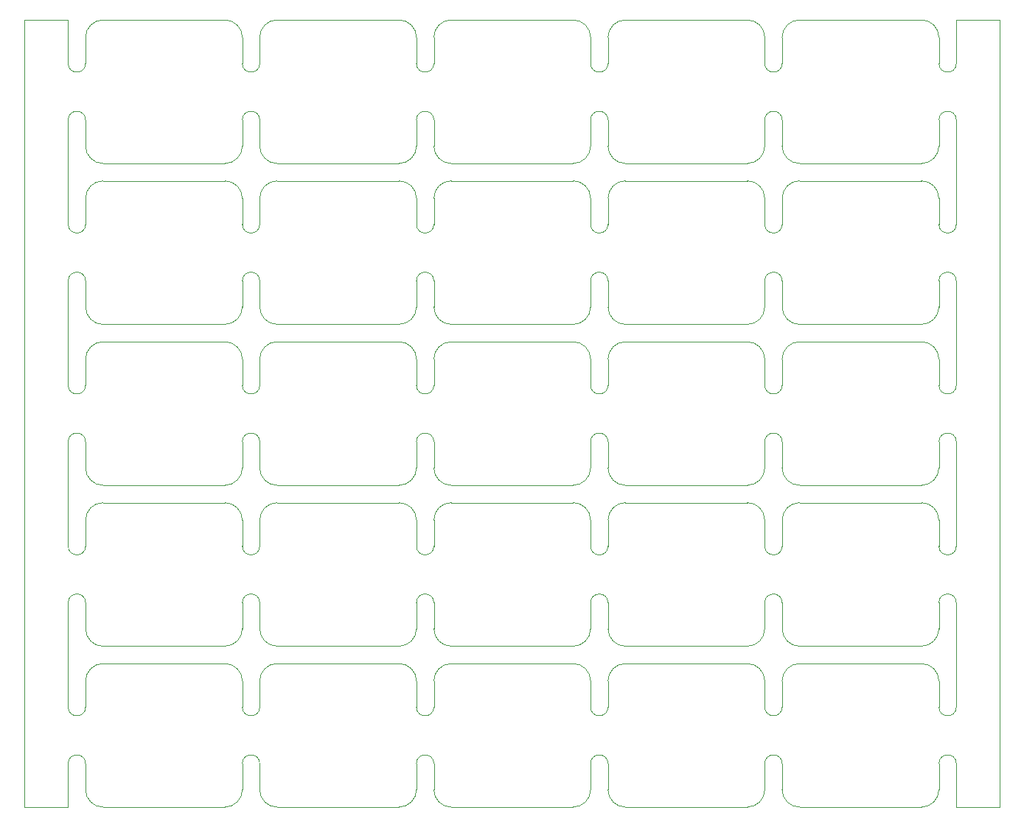
<source format=gm1>
%TF.GenerationSoftware,KiCad,Pcbnew,(5.1.10)-1*%
%TF.CreationDate,2021-07-09T18:34:44+08:00*%
%TF.ProjectId,u1_Warped,75315f57-6172-4706-9564-2e6b69636164,rev?*%
%TF.SameCoordinates,Original*%
%TF.FileFunction,Profile,NP*%
%FSLAX46Y46*%
G04 Gerber Fmt 4.6, Leading zero omitted, Abs format (unit mm)*
G04 Created by KiCad (PCBNEW (5.1.10)-1) date 2021-07-09 18:34:44*
%MOMM*%
%LPD*%
G01*
G04 APERTURE LIST*
%TA.AperFunction,Profile*%
%ADD10C,0.050000*%
%TD*%
G04 APERTURE END LIST*
D10*
X125000000Y-123500000D02*
X125000000Y-120500000D01*
X123000000Y-120500000D02*
X123000000Y-123500000D01*
X145000000Y-40000000D02*
X145000000Y-35000000D01*
X145000000Y-58500000D02*
X145000000Y-46500000D01*
X145000000Y-77000000D02*
X145000000Y-65000000D01*
X145000000Y-95500000D02*
X145000000Y-83500000D01*
X145000000Y-114000000D02*
X145000000Y-102000000D01*
X145000000Y-125500000D02*
X145000000Y-120500000D01*
X150000000Y-125500000D02*
X145000000Y-125500000D01*
X150000000Y-35000000D02*
X150000000Y-125500000D01*
X145000000Y-35000000D02*
X150000000Y-35000000D01*
X43000000Y-58500000D02*
X43000000Y-46500000D01*
X43000000Y-77000000D02*
X43000000Y-65000000D01*
X43000000Y-95500000D02*
X43000000Y-83500000D01*
X43000000Y-114000000D02*
X43000000Y-102000000D01*
X43000000Y-125500000D02*
X43000000Y-120500000D01*
X38000000Y-125500000D02*
X43000000Y-125500000D01*
X38000000Y-35000000D02*
X38000000Y-125500000D01*
X43000000Y-35000000D02*
X38000000Y-35000000D01*
X43000000Y-40000000D02*
X43000000Y-35000000D01*
X143000000Y-120500000D02*
X143000000Y-123500000D01*
X103000000Y-120500000D02*
X103000000Y-123500000D01*
X83000000Y-120500000D02*
X83000000Y-123500000D01*
X63000000Y-120500000D02*
X63000000Y-123500000D01*
X143000000Y-102000000D02*
X143000000Y-105000000D01*
X123000000Y-102000000D02*
X123000000Y-105000000D01*
X103000000Y-102000000D02*
X103000000Y-105000000D01*
X83000000Y-102000000D02*
X83000000Y-105000000D01*
X63000000Y-102000000D02*
X63000000Y-105000000D01*
X143000000Y-83500000D02*
X143000000Y-86500000D01*
X123000000Y-83500000D02*
X123000000Y-86500000D01*
X103000000Y-83500000D02*
X103000000Y-86500000D01*
X83000000Y-83500000D02*
X83000000Y-86500000D01*
X63000000Y-83500000D02*
X63000000Y-86500000D01*
X143000000Y-65000000D02*
X143000000Y-68000000D01*
X123000000Y-65000000D02*
X123000000Y-68000000D01*
X103000000Y-65000000D02*
X103000000Y-68000000D01*
X83000000Y-65000000D02*
X83000000Y-68000000D01*
X63000000Y-65000000D02*
X63000000Y-68000000D01*
X143000000Y-46500000D02*
X143000000Y-49500000D01*
X123000000Y-46500000D02*
X123000000Y-49500000D01*
X103000000Y-46500000D02*
X103000000Y-49500000D01*
X83000000Y-46500000D02*
X83000000Y-49500000D01*
X105000000Y-120500000D02*
X105000000Y-123500000D01*
X85000000Y-120500000D02*
X85000000Y-123500000D01*
X65000000Y-120500000D02*
X65000000Y-123500000D01*
X45000000Y-120500000D02*
X45000000Y-123500000D01*
X125000000Y-102000000D02*
X125000000Y-105000000D01*
X105000000Y-102000000D02*
X105000000Y-105000000D01*
X85000000Y-102000000D02*
X85000000Y-105000000D01*
X65000000Y-102000000D02*
X65000000Y-105000000D01*
X45000000Y-102000000D02*
X45000000Y-105000000D01*
X125000000Y-83500000D02*
X125000000Y-86500000D01*
X105000000Y-83500000D02*
X105000000Y-86500000D01*
X85000000Y-83500000D02*
X85000000Y-86500000D01*
X65000000Y-83500000D02*
X65000000Y-86500000D01*
X45000000Y-83500000D02*
X45000000Y-86500000D01*
X125000000Y-65000000D02*
X125000000Y-68000000D01*
X105000000Y-65000000D02*
X105000000Y-68000000D01*
X85000000Y-65000000D02*
X85000000Y-68000000D01*
X65000000Y-65000000D02*
X65000000Y-68000000D01*
X45000000Y-65000000D02*
X45000000Y-68000000D01*
X125000000Y-46500000D02*
X125000000Y-49500000D01*
X105000000Y-46500000D02*
X105000000Y-49500000D01*
X85000000Y-46500000D02*
X85000000Y-49500000D01*
X65000000Y-46500000D02*
X65000000Y-49500000D01*
X143000000Y-123500000D02*
G75*
G02*
X141000000Y-125500000I-2000000J0D01*
G01*
X123000000Y-123500000D02*
G75*
G02*
X121000000Y-125500000I-2000000J0D01*
G01*
X103000000Y-123500000D02*
G75*
G02*
X101000000Y-125500000I-2000000J0D01*
G01*
X83000000Y-123500000D02*
G75*
G02*
X81000000Y-125500000I-2000000J0D01*
G01*
X63000000Y-123500000D02*
G75*
G02*
X61000000Y-125500000I-2000000J0D01*
G01*
X143000000Y-105000000D02*
G75*
G02*
X141000000Y-107000000I-2000000J0D01*
G01*
X123000000Y-105000000D02*
G75*
G02*
X121000000Y-107000000I-2000000J0D01*
G01*
X103000000Y-105000000D02*
G75*
G02*
X101000000Y-107000000I-2000000J0D01*
G01*
X83000000Y-105000000D02*
G75*
G02*
X81000000Y-107000000I-2000000J0D01*
G01*
X63000000Y-105000000D02*
G75*
G02*
X61000000Y-107000000I-2000000J0D01*
G01*
X143000000Y-86500000D02*
G75*
G02*
X141000000Y-88500000I-2000000J0D01*
G01*
X123000000Y-86500000D02*
G75*
G02*
X121000000Y-88500000I-2000000J0D01*
G01*
X103000000Y-86500000D02*
G75*
G02*
X101000000Y-88500000I-2000000J0D01*
G01*
X83000000Y-86500000D02*
G75*
G02*
X81000000Y-88500000I-2000000J0D01*
G01*
X63000000Y-86500000D02*
G75*
G02*
X61000000Y-88500000I-2000000J0D01*
G01*
X143000000Y-68000000D02*
G75*
G02*
X141000000Y-70000000I-2000000J0D01*
G01*
X123000000Y-68000000D02*
G75*
G02*
X121000000Y-70000000I-2000000J0D01*
G01*
X103000000Y-68000000D02*
G75*
G02*
X101000000Y-70000000I-2000000J0D01*
G01*
X83000000Y-68000000D02*
G75*
G02*
X81000000Y-70000000I-2000000J0D01*
G01*
X63000000Y-68000000D02*
G75*
G02*
X61000000Y-70000000I-2000000J0D01*
G01*
X143000000Y-49500000D02*
G75*
G02*
X141000000Y-51500000I-2000000J0D01*
G01*
X123000000Y-49500000D02*
G75*
G02*
X121000000Y-51500000I-2000000J0D01*
G01*
X103000000Y-49500000D02*
G75*
G02*
X101000000Y-51500000I-2000000J0D01*
G01*
X83000000Y-49500000D02*
G75*
G02*
X81000000Y-51500000I-2000000J0D01*
G01*
X127000000Y-125500000D02*
G75*
G02*
X125000000Y-123500000I0J2000000D01*
G01*
X107000000Y-125500000D02*
G75*
G02*
X105000000Y-123500000I0J2000000D01*
G01*
X87000000Y-125500000D02*
G75*
G02*
X85000000Y-123500000I0J2000000D01*
G01*
X67000000Y-125500000D02*
G75*
G02*
X65000000Y-123500000I0J2000000D01*
G01*
X47000000Y-125500000D02*
G75*
G02*
X45000000Y-123500000I0J2000000D01*
G01*
X127000000Y-107000000D02*
G75*
G02*
X125000000Y-105000000I0J2000000D01*
G01*
X107000000Y-107000000D02*
G75*
G02*
X105000000Y-105000000I0J2000000D01*
G01*
X87000000Y-107000000D02*
G75*
G02*
X85000000Y-105000000I0J2000000D01*
G01*
X67000000Y-107000000D02*
G75*
G02*
X65000000Y-105000000I0J2000000D01*
G01*
X47000000Y-107000000D02*
G75*
G02*
X45000000Y-105000000I0J2000000D01*
G01*
X127000000Y-88500000D02*
G75*
G02*
X125000000Y-86500000I0J2000000D01*
G01*
X107000000Y-88500000D02*
G75*
G02*
X105000000Y-86500000I0J2000000D01*
G01*
X87000000Y-88500000D02*
G75*
G02*
X85000000Y-86500000I0J2000000D01*
G01*
X67000000Y-88500000D02*
G75*
G02*
X65000000Y-86500000I0J2000000D01*
G01*
X47000000Y-88500000D02*
G75*
G02*
X45000000Y-86500000I0J2000000D01*
G01*
X127000000Y-70000000D02*
G75*
G02*
X125000000Y-68000000I0J2000000D01*
G01*
X107000000Y-70000000D02*
G75*
G02*
X105000000Y-68000000I0J2000000D01*
G01*
X87000000Y-70000000D02*
G75*
G02*
X85000000Y-68000000I0J2000000D01*
G01*
X67000000Y-70000000D02*
G75*
G02*
X65000000Y-68000000I0J2000000D01*
G01*
X47000000Y-70000000D02*
G75*
G02*
X45000000Y-68000000I0J2000000D01*
G01*
X127000000Y-51500000D02*
G75*
G02*
X125000000Y-49500000I0J2000000D01*
G01*
X107000000Y-51500000D02*
G75*
G02*
X105000000Y-49500000I0J2000000D01*
G01*
X87000000Y-51500000D02*
G75*
G02*
X85000000Y-49500000I0J2000000D01*
G01*
X67000000Y-51500000D02*
G75*
G02*
X65000000Y-49500000I0J2000000D01*
G01*
X125000000Y-111000000D02*
G75*
G02*
X127000000Y-109000000I2000000J0D01*
G01*
X105000000Y-111000000D02*
G75*
G02*
X107000000Y-109000000I2000000J0D01*
G01*
X85000000Y-111000000D02*
G75*
G02*
X87000000Y-109000000I2000000J0D01*
G01*
X65000000Y-111000000D02*
G75*
G02*
X67000000Y-109000000I2000000J0D01*
G01*
X45000000Y-111000000D02*
G75*
G02*
X47000000Y-109000000I2000000J0D01*
G01*
X125000000Y-92500000D02*
G75*
G02*
X127000000Y-90500000I2000000J0D01*
G01*
X105000000Y-92500000D02*
G75*
G02*
X107000000Y-90500000I2000000J0D01*
G01*
X85000000Y-92500000D02*
G75*
G02*
X87000000Y-90500000I2000000J0D01*
G01*
X65000000Y-92500000D02*
G75*
G02*
X67000000Y-90500000I2000000J0D01*
G01*
X45000000Y-92500000D02*
G75*
G02*
X47000000Y-90500000I2000000J0D01*
G01*
X125000000Y-74000000D02*
G75*
G02*
X127000000Y-72000000I2000000J0D01*
G01*
X105000000Y-74000000D02*
G75*
G02*
X107000000Y-72000000I2000000J0D01*
G01*
X85000000Y-74000000D02*
G75*
G02*
X87000000Y-72000000I2000000J0D01*
G01*
X65000000Y-74000000D02*
G75*
G02*
X67000000Y-72000000I2000000J0D01*
G01*
X45000000Y-74000000D02*
G75*
G02*
X47000000Y-72000000I2000000J0D01*
G01*
X125000000Y-55500000D02*
G75*
G02*
X127000000Y-53500000I2000000J0D01*
G01*
X105000000Y-55500000D02*
G75*
G02*
X107000000Y-53500000I2000000J0D01*
G01*
X85000000Y-55500000D02*
G75*
G02*
X87000000Y-53500000I2000000J0D01*
G01*
X65000000Y-55500000D02*
G75*
G02*
X67000000Y-53500000I2000000J0D01*
G01*
X45000000Y-55500000D02*
G75*
G02*
X47000000Y-53500000I2000000J0D01*
G01*
X125000000Y-37000000D02*
G75*
G02*
X127000000Y-35000000I2000000J0D01*
G01*
X105000000Y-37000000D02*
G75*
G02*
X107000000Y-35000000I2000000J0D01*
G01*
X85000000Y-37000000D02*
G75*
G02*
X87000000Y-35000000I2000000J0D01*
G01*
X65000000Y-37000000D02*
G75*
G02*
X67000000Y-35000000I2000000J0D01*
G01*
X141000000Y-109000000D02*
G75*
G02*
X143000000Y-111000000I0J-2000000D01*
G01*
X121000000Y-109000000D02*
G75*
G02*
X123000000Y-111000000I0J-2000000D01*
G01*
X101000000Y-109000000D02*
G75*
G02*
X103000000Y-111000000I0J-2000000D01*
G01*
X81000000Y-109000000D02*
G75*
G02*
X83000000Y-111000000I0J-2000000D01*
G01*
X61000000Y-109000000D02*
G75*
G02*
X63000000Y-111000000I0J-2000000D01*
G01*
X141000000Y-90500000D02*
G75*
G02*
X143000000Y-92500000I0J-2000000D01*
G01*
X121000000Y-90500000D02*
G75*
G02*
X123000000Y-92500000I0J-2000000D01*
G01*
X101000000Y-90500000D02*
G75*
G02*
X103000000Y-92500000I0J-2000000D01*
G01*
X81000000Y-90500000D02*
G75*
G02*
X83000000Y-92500000I0J-2000000D01*
G01*
X61000000Y-90500000D02*
G75*
G02*
X63000000Y-92500000I0J-2000000D01*
G01*
X141000000Y-72000000D02*
G75*
G02*
X143000000Y-74000000I0J-2000000D01*
G01*
X121000000Y-72000000D02*
G75*
G02*
X123000000Y-74000000I0J-2000000D01*
G01*
X101000000Y-72000000D02*
G75*
G02*
X103000000Y-74000000I0J-2000000D01*
G01*
X81000000Y-72000000D02*
G75*
G02*
X83000000Y-74000000I0J-2000000D01*
G01*
X61000000Y-72000000D02*
G75*
G02*
X63000000Y-74000000I0J-2000000D01*
G01*
X141000000Y-53500000D02*
G75*
G02*
X143000000Y-55500000I0J-2000000D01*
G01*
X121000000Y-53500000D02*
G75*
G02*
X123000000Y-55500000I0J-2000000D01*
G01*
X101000000Y-53500000D02*
G75*
G02*
X103000000Y-55500000I0J-2000000D01*
G01*
X81000000Y-53500000D02*
G75*
G02*
X83000000Y-55500000I0J-2000000D01*
G01*
X61000000Y-53500000D02*
G75*
G02*
X63000000Y-55500000I0J-2000000D01*
G01*
X141000000Y-35000000D02*
G75*
G02*
X143000000Y-37000000I0J-2000000D01*
G01*
X121000000Y-35000000D02*
G75*
G02*
X123000000Y-37000000I0J-2000000D01*
G01*
X101000000Y-35000000D02*
G75*
G02*
X103000000Y-37000000I0J-2000000D01*
G01*
X81000000Y-35000000D02*
G75*
G02*
X83000000Y-37000000I0J-2000000D01*
G01*
X141000000Y-109000000D02*
X127000000Y-109000000D01*
X121000000Y-109000000D02*
X107000000Y-109000000D01*
X101000000Y-109000000D02*
X87000000Y-109000000D01*
X81000000Y-109000000D02*
X67000000Y-109000000D01*
X61000000Y-109000000D02*
X47000000Y-109000000D01*
X141000000Y-90500000D02*
X127000000Y-90500000D01*
X121000000Y-90500000D02*
X107000000Y-90500000D01*
X101000000Y-90500000D02*
X87000000Y-90500000D01*
X81000000Y-90500000D02*
X67000000Y-90500000D01*
X61000000Y-90500000D02*
X47000000Y-90500000D01*
X141000000Y-72000000D02*
X127000000Y-72000000D01*
X121000000Y-72000000D02*
X107000000Y-72000000D01*
X101000000Y-72000000D02*
X87000000Y-72000000D01*
X81000000Y-72000000D02*
X67000000Y-72000000D01*
X61000000Y-72000000D02*
X47000000Y-72000000D01*
X141000000Y-53500000D02*
X127000000Y-53500000D01*
X121000000Y-53500000D02*
X107000000Y-53500000D01*
X101000000Y-53500000D02*
X87000000Y-53500000D01*
X81000000Y-53500000D02*
X67000000Y-53500000D01*
X61000000Y-53500000D02*
X47000000Y-53500000D01*
X141000000Y-35000000D02*
X127000000Y-35000000D01*
X121000000Y-35000000D02*
X107000000Y-35000000D01*
X101000000Y-35000000D02*
X87000000Y-35000000D01*
X81000000Y-35000000D02*
X67000000Y-35000000D01*
X125000000Y-111000000D02*
X125000000Y-114000000D01*
X105000000Y-111000000D02*
X105000000Y-114000000D01*
X85000000Y-111000000D02*
X85000000Y-114000000D01*
X65000000Y-111000000D02*
X65000000Y-114000000D01*
X45000000Y-111000000D02*
X45000000Y-114000000D01*
X125000000Y-92500000D02*
X125000000Y-95500000D01*
X105000000Y-92500000D02*
X105000000Y-95500000D01*
X85000000Y-92500000D02*
X85000000Y-95500000D01*
X65000000Y-92500000D02*
X65000000Y-95500000D01*
X45000000Y-92500000D02*
X45000000Y-95500000D01*
X125000000Y-74000000D02*
X125000000Y-77000000D01*
X105000000Y-74000000D02*
X105000000Y-77000000D01*
X85000000Y-74000000D02*
X85000000Y-77000000D01*
X65000000Y-74000000D02*
X65000000Y-77000000D01*
X45000000Y-74000000D02*
X45000000Y-77000000D01*
X125000000Y-55500000D02*
X125000000Y-58500000D01*
X105000000Y-55500000D02*
X105000000Y-58500000D01*
X85000000Y-55500000D02*
X85000000Y-58500000D01*
X65000000Y-55500000D02*
X65000000Y-58500000D01*
X45000000Y-55500000D02*
X45000000Y-58500000D01*
X125000000Y-37000000D02*
X125000000Y-40000000D01*
X105000000Y-37000000D02*
X105000000Y-40000000D01*
X85000000Y-37000000D02*
X85000000Y-40000000D01*
X65000000Y-37000000D02*
X65000000Y-40000000D01*
X127000000Y-125500000D02*
X141000000Y-125500000D01*
X107000000Y-125500000D02*
X121000000Y-125500000D01*
X87000000Y-125500000D02*
X101000000Y-125500000D01*
X67000000Y-125500000D02*
X81000000Y-125500000D01*
X47000000Y-125500000D02*
X61000000Y-125500000D01*
X127000000Y-107000000D02*
X141000000Y-107000000D01*
X107000000Y-107000000D02*
X121000000Y-107000000D01*
X87000000Y-107000000D02*
X101000000Y-107000000D01*
X67000000Y-107000000D02*
X81000000Y-107000000D01*
X47000000Y-107000000D02*
X61000000Y-107000000D01*
X127000000Y-88500000D02*
X141000000Y-88500000D01*
X107000000Y-88500000D02*
X121000000Y-88500000D01*
X87000000Y-88500000D02*
X101000000Y-88500000D01*
X67000000Y-88500000D02*
X81000000Y-88500000D01*
X47000000Y-88500000D02*
X61000000Y-88500000D01*
X127000000Y-70000000D02*
X141000000Y-70000000D01*
X107000000Y-70000000D02*
X121000000Y-70000000D01*
X87000000Y-70000000D02*
X101000000Y-70000000D01*
X67000000Y-70000000D02*
X81000000Y-70000000D01*
X47000000Y-70000000D02*
X61000000Y-70000000D01*
X127000000Y-51500000D02*
X141000000Y-51500000D01*
X107000000Y-51500000D02*
X121000000Y-51500000D01*
X87000000Y-51500000D02*
X101000000Y-51500000D01*
X67000000Y-51500000D02*
X81000000Y-51500000D01*
X143000000Y-114000000D02*
X143000000Y-111000000D01*
X123000000Y-114000000D02*
X123000000Y-111000000D01*
X103000000Y-114000000D02*
X103000000Y-111000000D01*
X83000000Y-114000000D02*
X83000000Y-111000000D01*
X63000000Y-114000000D02*
X63000000Y-111000000D01*
X143000000Y-95500000D02*
X143000000Y-92500000D01*
X123000000Y-95500000D02*
X123000000Y-92500000D01*
X103000000Y-95500000D02*
X103000000Y-92500000D01*
X83000000Y-95500000D02*
X83000000Y-92500000D01*
X63000000Y-95500000D02*
X63000000Y-92500000D01*
X143000000Y-77000000D02*
X143000000Y-74000000D01*
X123000000Y-77000000D02*
X123000000Y-74000000D01*
X103000000Y-77000000D02*
X103000000Y-74000000D01*
X83000000Y-77000000D02*
X83000000Y-74000000D01*
X63000000Y-77000000D02*
X63000000Y-74000000D01*
X143000000Y-58500000D02*
X143000000Y-55500000D01*
X123000000Y-58500000D02*
X123000000Y-55500000D01*
X103000000Y-58500000D02*
X103000000Y-55500000D01*
X83000000Y-58500000D02*
X83000000Y-55500000D01*
X63000000Y-58500000D02*
X63000000Y-55500000D01*
X143000000Y-40000000D02*
X143000000Y-37000000D01*
X123000000Y-40000000D02*
X123000000Y-37000000D01*
X103000000Y-40000000D02*
X103000000Y-37000000D01*
X83000000Y-40000000D02*
X83000000Y-37000000D01*
X145000000Y-114000000D02*
G75*
G02*
X143000000Y-114000000I-1000000J0D01*
G01*
X145000000Y-95500000D02*
G75*
G02*
X143000000Y-95500000I-1000000J0D01*
G01*
X145000000Y-77000000D02*
G75*
G02*
X143000000Y-77000000I-1000000J0D01*
G01*
X145000000Y-58500000D02*
G75*
G02*
X143000000Y-58500000I-1000000J0D01*
G01*
X145000000Y-40000000D02*
G75*
G02*
X143000000Y-40000000I-1000000J0D01*
G01*
X143000000Y-120500000D02*
G75*
G02*
X145000000Y-120500000I1000000J0D01*
G01*
X143000000Y-102000000D02*
G75*
G02*
X145000000Y-102000000I1000000J0D01*
G01*
X143000000Y-83500000D02*
G75*
G02*
X145000000Y-83500000I1000000J0D01*
G01*
X143000000Y-65000000D02*
G75*
G02*
X145000000Y-65000000I1000000J0D01*
G01*
X143000000Y-46500000D02*
G75*
G02*
X145000000Y-46500000I1000000J0D01*
G01*
X123000000Y-120500000D02*
G75*
G02*
X125000000Y-120500000I1000000J0D01*
G01*
X103000000Y-120500000D02*
G75*
G02*
X105000000Y-120500000I1000000J0D01*
G01*
X83000000Y-120500000D02*
G75*
G02*
X85000000Y-120500000I1000000J0D01*
G01*
X63000000Y-120500000D02*
G75*
G02*
X65000000Y-120500000I1000000J0D01*
G01*
X43000000Y-120500000D02*
G75*
G02*
X45000000Y-120500000I1000000J0D01*
G01*
X123000000Y-102000000D02*
G75*
G02*
X125000000Y-102000000I1000000J0D01*
G01*
X103000000Y-102000000D02*
G75*
G02*
X105000000Y-102000000I1000000J0D01*
G01*
X83000000Y-102000000D02*
G75*
G02*
X85000000Y-102000000I1000000J0D01*
G01*
X63000000Y-102000000D02*
G75*
G02*
X65000000Y-102000000I1000000J0D01*
G01*
X43000000Y-102000000D02*
G75*
G02*
X45000000Y-102000000I1000000J0D01*
G01*
X123000000Y-83500000D02*
G75*
G02*
X125000000Y-83500000I1000000J0D01*
G01*
X103000000Y-83500000D02*
G75*
G02*
X105000000Y-83500000I1000000J0D01*
G01*
X83000000Y-83500000D02*
G75*
G02*
X85000000Y-83500000I1000000J0D01*
G01*
X63000000Y-83500000D02*
G75*
G02*
X65000000Y-83500000I1000000J0D01*
G01*
X43000000Y-83500000D02*
G75*
G02*
X45000000Y-83500000I1000000J0D01*
G01*
X123000000Y-65000000D02*
G75*
G02*
X125000000Y-65000000I1000000J0D01*
G01*
X103000000Y-65000000D02*
G75*
G02*
X105000000Y-65000000I1000000J0D01*
G01*
X83000000Y-65000000D02*
G75*
G02*
X85000000Y-65000000I1000000J0D01*
G01*
X63000000Y-65000000D02*
G75*
G02*
X65000000Y-65000000I1000000J0D01*
G01*
X43000000Y-65000000D02*
G75*
G02*
X45000000Y-65000000I1000000J0D01*
G01*
X123000000Y-46500000D02*
G75*
G02*
X125000000Y-46500000I1000000J0D01*
G01*
X103000000Y-46500000D02*
G75*
G02*
X105000000Y-46500000I1000000J0D01*
G01*
X83000000Y-46500000D02*
G75*
G02*
X85000000Y-46500000I1000000J0D01*
G01*
X125000000Y-114000000D02*
G75*
G02*
X123000000Y-114000000I-1000000J0D01*
G01*
X105000000Y-114000000D02*
G75*
G02*
X103000000Y-114000000I-1000000J0D01*
G01*
X85000000Y-114000000D02*
G75*
G02*
X83000000Y-114000000I-1000000J0D01*
G01*
X65000000Y-114000000D02*
G75*
G02*
X63000000Y-114000000I-1000000J0D01*
G01*
X45000000Y-114000000D02*
G75*
G02*
X43000000Y-114000000I-1000000J0D01*
G01*
X125000000Y-95500000D02*
G75*
G02*
X123000000Y-95500000I-1000000J0D01*
G01*
X105000000Y-95500000D02*
G75*
G02*
X103000000Y-95500000I-1000000J0D01*
G01*
X85000000Y-95500000D02*
G75*
G02*
X83000000Y-95500000I-1000000J0D01*
G01*
X65000000Y-95500000D02*
G75*
G02*
X63000000Y-95500000I-1000000J0D01*
G01*
X45000000Y-95500000D02*
G75*
G02*
X43000000Y-95500000I-1000000J0D01*
G01*
X125000000Y-77000000D02*
G75*
G02*
X123000000Y-77000000I-1000000J0D01*
G01*
X105000000Y-77000000D02*
G75*
G02*
X103000000Y-77000000I-1000000J0D01*
G01*
X85000000Y-77000000D02*
G75*
G02*
X83000000Y-77000000I-1000000J0D01*
G01*
X65000000Y-77000000D02*
G75*
G02*
X63000000Y-77000000I-1000000J0D01*
G01*
X45000000Y-77000000D02*
G75*
G02*
X43000000Y-77000000I-1000000J0D01*
G01*
X125000000Y-58500000D02*
G75*
G02*
X123000000Y-58500000I-1000000J0D01*
G01*
X105000000Y-58500000D02*
G75*
G02*
X103000000Y-58500000I-1000000J0D01*
G01*
X85000000Y-58500000D02*
G75*
G02*
X83000000Y-58500000I-1000000J0D01*
G01*
X65000000Y-58500000D02*
G75*
G02*
X63000000Y-58500000I-1000000J0D01*
G01*
X45000000Y-58500000D02*
G75*
G02*
X43000000Y-58500000I-1000000J0D01*
G01*
X125000000Y-40000000D02*
G75*
G02*
X123000000Y-40000000I-1000000J0D01*
G01*
X105000000Y-40000000D02*
G75*
G02*
X103000000Y-40000000I-1000000J0D01*
G01*
X85000000Y-40000000D02*
G75*
G02*
X83000000Y-40000000I-1000000J0D01*
G01*
X65000000Y-40000000D02*
G75*
G02*
X63000000Y-40000000I-1000000J0D01*
G01*
X63000000Y-46500000D02*
G75*
G02*
X65000000Y-46500000I1000000J0D01*
G01*
X63000000Y-46500000D02*
X63000000Y-49500000D01*
X45000000Y-40000000D02*
G75*
G02*
X43000000Y-40000000I-1000000J0D01*
G01*
X43000000Y-46500000D02*
G75*
G02*
X45000000Y-46500000I1000000J0D01*
G01*
X45000000Y-46500000D02*
X45000000Y-49500000D01*
X63000000Y-49500000D02*
G75*
G02*
X61000000Y-51500000I-2000000J0D01*
G01*
X47000000Y-51500000D02*
G75*
G02*
X45000000Y-49500000I0J2000000D01*
G01*
X61000000Y-35000000D02*
G75*
G02*
X63000000Y-37000000I0J-2000000D01*
G01*
X45000000Y-37000000D02*
G75*
G02*
X47000000Y-35000000I2000000J0D01*
G01*
X61000000Y-35000000D02*
X47000000Y-35000000D01*
X63000000Y-40000000D02*
X63000000Y-37000000D01*
X47000000Y-51500000D02*
X61000000Y-51500000D01*
X45000000Y-37000000D02*
X45000000Y-40000000D01*
M02*

</source>
